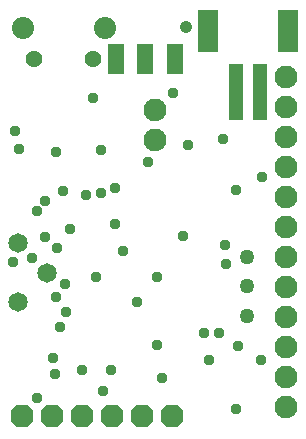
<source format=gbs>
G75*
%MOIN*%
%OFA0B0*%
%FSLAX25Y25*%
%IPPOS*%
%LPD*%
%AMOC8*
5,1,8,0,0,1.08239X$1,22.5*
%
%ADD10OC8,0.07600*%
%ADD11R,0.04537X0.18710*%
%ADD12R,0.06899X0.13986*%
%ADD13C,0.07600*%
%ADD14C,0.06506*%
%ADD15C,0.04956*%
%ADD16C,0.07391*%
%ADD17C,0.05620*%
%ADD18R,0.05324X0.10443*%
%ADD19C,0.04100*%
%ADD20C,0.03750*%
%ADD21OC8,0.03600*%
D10*
X0028000Y0025984D03*
X0038000Y0025984D03*
X0048000Y0025984D03*
X0058000Y0025984D03*
X0068000Y0025984D03*
X0078000Y0025984D03*
D11*
X0099457Y0133977D03*
X0107331Y0133977D03*
D12*
X0116780Y0154449D03*
X0090008Y0154449D03*
D13*
X0115992Y0138977D03*
X0115992Y0128977D03*
X0115992Y0118977D03*
X0115992Y0108977D03*
X0115992Y0098977D03*
X0115992Y0088977D03*
X0115992Y0078977D03*
X0115992Y0068977D03*
X0115992Y0058977D03*
X0115992Y0048977D03*
X0115992Y0038977D03*
X0115992Y0028977D03*
X0072291Y0117953D03*
X0072291Y0127953D03*
D14*
X0026622Y0083583D03*
X0036465Y0073740D03*
X0026622Y0063898D03*
D15*
X0102950Y0059466D03*
X0102950Y0069309D03*
X0102950Y0079151D03*
D16*
X0055781Y0155542D03*
X0028222Y0155542D03*
D17*
X0032159Y0144912D03*
X0051844Y0144912D03*
D18*
X0059367Y0144936D03*
X0069167Y0144936D03*
X0078967Y0144936D03*
D19*
X0082567Y0155686D03*
X0055767Y0155686D03*
D20*
X0039307Y0114059D03*
X0059170Y0102003D03*
X0044174Y0088353D03*
X0061661Y0081209D03*
X0072937Y0072484D03*
X0081724Y0086103D03*
D21*
X0095561Y0083073D03*
X0095913Y0076852D03*
X0066386Y0063898D03*
X0052616Y0072320D03*
X0042370Y0070197D03*
X0039220Y0065866D03*
X0042764Y0060748D03*
X0040795Y0055630D03*
X0038433Y0045394D03*
X0047882Y0041457D03*
X0038852Y0040188D03*
X0032921Y0032008D03*
X0054969Y0034370D03*
X0057724Y0041532D03*
X0074584Y0038594D03*
X0090402Y0044606D03*
X0099876Y0049243D03*
X0093721Y0053806D03*
X0088603Y0053806D03*
X0073079Y0049725D03*
X0107724Y0044606D03*
X0099356Y0028310D03*
X0031356Y0078619D03*
X0025057Y0077438D03*
X0039614Y0082008D03*
X0035718Y0085841D03*
X0032962Y0094503D03*
X0035677Y0097781D03*
X0041583Y0100906D03*
X0049457Y0099725D03*
X0054181Y0100512D03*
X0059102Y0090079D03*
X0099482Y0101362D03*
X0108118Y0105605D03*
X0083356Y0116310D03*
X0095126Y0118229D03*
X0069983Y0110657D03*
X0054181Y0114685D03*
X0027016Y0115079D03*
X0025756Y0121110D03*
X0051819Y0132008D03*
X0078197Y0133583D03*
X0106543Y0141876D03*
M02*

</source>
